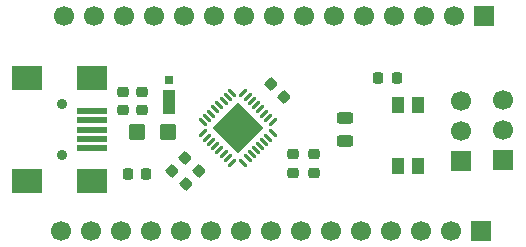
<source format=gbr>
%TF.GenerationSoftware,KiCad,Pcbnew,9.0.2*%
%TF.CreationDate,2025-07-20T14:30:59+05:30*%
%TF.ProjectId,Arduino nano,41726475-696e-46f2-906e-616e6f2e6b69,rev?*%
%TF.SameCoordinates,Original*%
%TF.FileFunction,Soldermask,Top*%
%TF.FilePolarity,Negative*%
%FSLAX46Y46*%
G04 Gerber Fmt 4.6, Leading zero omitted, Abs format (unit mm)*
G04 Created by KiCad (PCBNEW 9.0.2) date 2025-07-20 14:30:59*
%MOMM*%
%LPD*%
G01*
G04 APERTURE LIST*
G04 Aperture macros list*
%AMRoundRect*
0 Rectangle with rounded corners*
0 $1 Rounding radius*
0 $2 $3 $4 $5 $6 $7 $8 $9 X,Y pos of 4 corners*
0 Add a 4 corners polygon primitive as box body*
4,1,4,$2,$3,$4,$5,$6,$7,$8,$9,$2,$3,0*
0 Add four circle primitives for the rounded corners*
1,1,$1+$1,$2,$3*
1,1,$1+$1,$4,$5*
1,1,$1+$1,$6,$7*
1,1,$1+$1,$8,$9*
0 Add four rect primitives between the rounded corners*
20,1,$1+$1,$2,$3,$4,$5,0*
20,1,$1+$1,$4,$5,$6,$7,0*
20,1,$1+$1,$6,$7,$8,$9,0*
20,1,$1+$1,$8,$9,$2,$3,0*%
%AMRotRect*
0 Rectangle, with rotation*
0 The origin of the aperture is its center*
0 $1 length*
0 $2 width*
0 $3 Rotation angle, in degrees counterclockwise*
0 Add horizontal line*
21,1,$1,$2,0,0,$3*%
G04 Aperture macros list end*
%ADD10RoundRect,0.218750X-0.256250X0.218750X-0.256250X-0.218750X0.256250X-0.218750X0.256250X0.218750X0*%
%ADD11R,1.100000X2.000000*%
%ADD12R,0.800000X0.800000*%
%ADD13C,0.900000*%
%ADD14R,2.500000X0.500000*%
%ADD15R,2.500000X2.000000*%
%ADD16RoundRect,0.225000X0.335876X0.017678X0.017678X0.335876X-0.335876X-0.017678X-0.017678X-0.335876X0*%
%ADD17RoundRect,0.250000X0.457500X0.445000X-0.457500X0.445000X-0.457500X-0.445000X0.457500X-0.445000X0*%
%ADD18RoundRect,0.218750X-0.218750X-0.256250X0.218750X-0.256250X0.218750X0.256250X-0.218750X0.256250X0*%
%ADD19RoundRect,0.243750X-0.456250X0.243750X-0.456250X-0.243750X0.456250X-0.243750X0.456250X0.243750X0*%
%ADD20RoundRect,0.225000X-0.017678X0.335876X-0.335876X0.017678X0.017678X-0.335876X0.335876X-0.017678X0*%
%ADD21RoundRect,0.225000X-0.250000X0.225000X-0.250000X-0.225000X0.250000X-0.225000X0.250000X0.225000X0*%
%ADD22R,1.700000X1.700000*%
%ADD23C,1.700000*%
%ADD24R,1.000000X1.450000*%
%ADD25RoundRect,0.218750X0.218750X0.256250X-0.218750X0.256250X-0.218750X-0.256250X0.218750X-0.256250X0*%
%ADD26RoundRect,0.062500X0.220971X0.309359X-0.309359X-0.220971X-0.220971X-0.309359X0.309359X0.220971X0*%
%ADD27RoundRect,0.062500X-0.220971X0.309359X-0.309359X0.220971X0.220971X-0.309359X0.309359X-0.220971X0*%
%ADD28RotRect,3.100000X3.100000X225.000000*%
G04 APERTURE END LIST*
D10*
%TO.C,R2*%
X214400000Y-91112499D03*
X214400000Y-92687501D03*
%TD*%
D11*
%TO.C,D3*%
X203900000Y-86680000D03*
D12*
X203900000Y-84780000D03*
%TD*%
D13*
%TO.C,J1*%
X194800000Y-86800000D03*
X194800000Y-91200000D03*
D14*
X197400000Y-87400000D03*
X197400000Y-88200000D03*
X197400000Y-89000000D03*
X197400000Y-89800000D03*
X197400000Y-90600000D03*
D15*
X197400000Y-84600000D03*
X191900000Y-84600000D03*
X197400000Y-93400000D03*
X191900000Y-93400000D03*
%TD*%
D16*
%TO.C,C2*%
X213648008Y-86248008D03*
X212551992Y-85151992D03*
%TD*%
D17*
%TO.C,C4*%
X203852500Y-89200000D03*
X201147500Y-89200000D03*
%TD*%
D18*
%TO.C,R1*%
X221612499Y-84600000D03*
X223187501Y-84600000D03*
%TD*%
D10*
%TO.C,R3*%
X216200000Y-91112499D03*
X216200000Y-92687501D03*
%TD*%
D19*
%TO.C,D1*%
X218800000Y-88062499D03*
X218800000Y-89937501D03*
%TD*%
D20*
%TO.C,C3*%
X206448008Y-92551992D03*
X205351992Y-93648008D03*
%TD*%
D21*
%TO.C,C10*%
X201600000Y-85825000D03*
X201600000Y-87375000D03*
%TD*%
D20*
%TO.C,C1*%
X205248008Y-91451992D03*
X204151992Y-92548008D03*
%TD*%
D22*
%TO.C,J2*%
X230320000Y-97600000D03*
D23*
X227780000Y-97600000D03*
X225240001Y-97600000D03*
X222700000Y-97600000D03*
X220160000Y-97600000D03*
X217620000Y-97600000D03*
X215080000Y-97600000D03*
X212539999Y-97600000D03*
X210000000Y-97600000D03*
X207460000Y-97600000D03*
X204920000Y-97600000D03*
X202380001Y-97600000D03*
X199840000Y-97600000D03*
X197300000Y-97600000D03*
X194760000Y-97600000D03*
%TD*%
D22*
%TO.C,J4*%
X230560000Y-79400000D03*
D23*
X228020000Y-79400000D03*
X225480001Y-79400000D03*
X222940000Y-79400000D03*
X220400000Y-79400000D03*
X217860000Y-79400000D03*
X215320000Y-79400000D03*
X212779999Y-79400000D03*
X210240000Y-79400000D03*
X207700000Y-79400000D03*
X205160000Y-79400000D03*
X202620001Y-79400000D03*
X200080000Y-79400000D03*
X197540000Y-79400000D03*
X195000000Y-79400000D03*
%TD*%
D22*
%TO.C,J5*%
X232200000Y-91600000D03*
D23*
X232200000Y-89060000D03*
X232200000Y-86520000D03*
%TD*%
D10*
%TO.C,F1*%
X200000000Y-85812499D03*
X200000000Y-87387501D03*
%TD*%
D24*
%TO.C,SW1*%
X223250000Y-92075000D03*
X223250000Y-86925000D03*
X224950000Y-92075000D03*
X224950000Y-86925000D03*
%TD*%
D25*
%TO.C,R4*%
X201987501Y-92800000D03*
X200412499Y-92800000D03*
%TD*%
D22*
%TO.C,J3*%
X228600000Y-91640000D03*
D23*
X228600000Y-89100000D03*
X228600000Y-86560000D03*
%TD*%
D26*
%TO.C,U1*%
X212674874Y-88352854D03*
X212321320Y-87999301D03*
X211967767Y-87645747D03*
X211614213Y-87292194D03*
X211260660Y-86938641D03*
X210907107Y-86585087D03*
X210553553Y-86231534D03*
X210200000Y-85877980D03*
D27*
X209227728Y-85877980D03*
X208874175Y-86231534D03*
X208520621Y-86585087D03*
X208167068Y-86938641D03*
X207813515Y-87292194D03*
X207459961Y-87645747D03*
X207106408Y-87999301D03*
X206752854Y-88352854D03*
D26*
X206752854Y-89325126D03*
X207106408Y-89678679D03*
X207459961Y-90032233D03*
X207813515Y-90385786D03*
X208167068Y-90739339D03*
X208520621Y-91092893D03*
X208874175Y-91446446D03*
X209227728Y-91800000D03*
D27*
X210200000Y-91800000D03*
X210553553Y-91446446D03*
X210907107Y-91092893D03*
X211260660Y-90739339D03*
X211614213Y-90385786D03*
X211967767Y-90032233D03*
X212321320Y-89678679D03*
X212674874Y-89325126D03*
D28*
X209713864Y-88838990D03*
%TD*%
M02*

</source>
